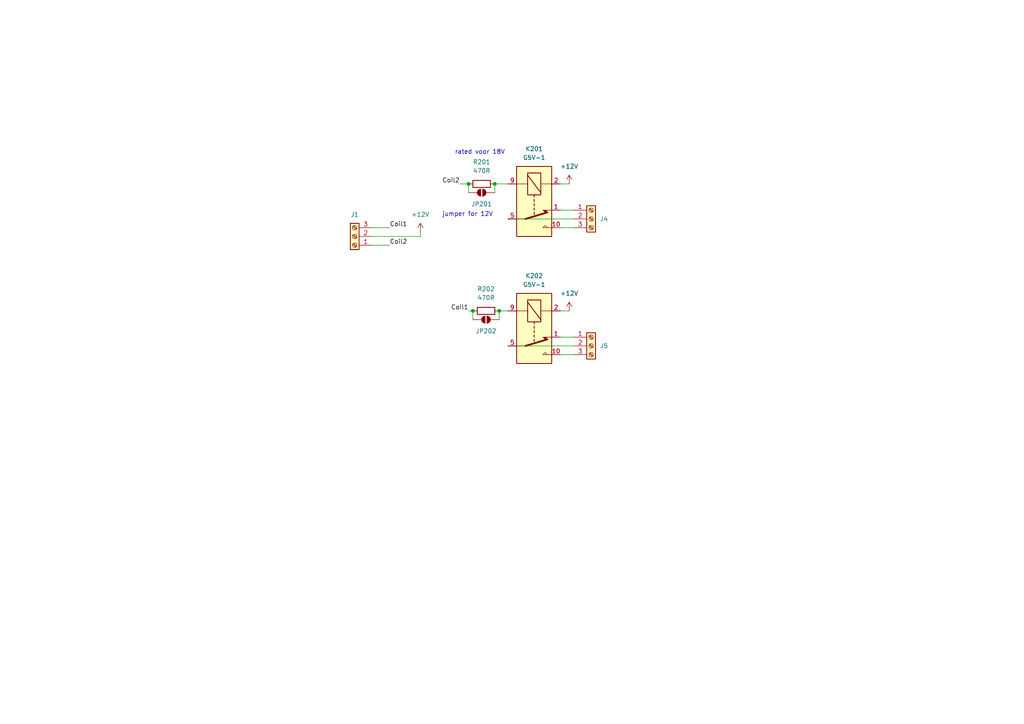
<source format=kicad_sch>
(kicad_sch (version 20231120) (generator "eeschema") (generator_version "8.0")
  (paper "A4")
  (lib_symbols
    (symbol "Connector:Screw_Terminal_01x03" (pin_names (offset 1.016) hide)
      (property "Reference" "J" (at 0 5.08 0))
      (property "Value" "Screw_Terminal_01x03" (at 0 -5.08 0))
      (symbol "Screw_Terminal_01x03_1_1"
        (rectangle (start -1.27 3.81) (end 1.27 -3.81) (stroke (width 0.254)) (fill (type background)))
        (circle (center 0 -2.54) (radius 0.635) (stroke (width 0.1524)))
        (polyline (pts (xy -0.5334 -2.2098) (xy 0.3302 -3.048)) (stroke (width 0.1524)))
        (polyline (pts (xy -0.5334 0.3302) (xy 0.3302 -0.508)) (stroke (width 0.1524)))
        (polyline (pts (xy -0.5334 2.8702) (xy 0.3302 2.032)) (stroke (width 0.1524)))
        (polyline (pts (xy -0.3556 -2.032) (xy 0.508 -2.8702)) (stroke (width 0.1524)))
        (polyline (pts (xy -0.3556 0.508) (xy 0.508 -0.3302)) (stroke (width 0.1524)))
        (polyline (pts (xy -0.3556 3.048) (xy 0.508 2.2098)) (stroke (width 0.1524)))
        (circle (center 0 0) (radius 0.635) (stroke (width 0.1524)))
        (circle (center 0 2.54) (radius 0.635) (stroke (width 0.1524)))
        (pin passive line (at -5.08 2.54 0) (length 3.81) (name "Pin_1") (number "1"))
        (pin passive line (at -5.08 0 0) (length 3.81) (name "Pin_2") (number "2"))
        (pin passive line (at -5.08 -2.54 0) (length 3.81) (name "Pin_3") (number "3"))
      )
    )
    (symbol "Device:R" (pin_numbers hide) (pin_names (offset 0))
      (property "Reference" "R" (at 2.032 0 90))
      (property "Value" "R" (at 0 0 90))
      (symbol "R_0_1"
        (rectangle (start -1.016 -2.54) (end 1.016 2.54) (stroke (width 0.254)))
      )
      (symbol "R_1_1"
        (pin passive line (at 0 3.81 270) (length 1.27) (name "~") (number "1"))
        (pin passive line (at 0 -3.81 90) (length 1.27) (name "~") (number "2"))
      )
    )
    (symbol "Jumper:SolderJumper_2_Open" (pin_numbers hide) (pin_names (offset 0) hide) (exclude_from_sim yes) (in_bom no)
      (property "Reference" "JP" (at 0 2.032 0))
      (property "Value" "SolderJumper_2_Open" (at 0 -2.54 0))
      (symbol "SolderJumper_2_Open_0_1"
        (arc (start -0.254 1.016) (mid -1.2656 0) (end -0.254 -1.016))
        (arc (start -0.254 1.016) (mid -1.2656 0) (end -0.254 -1.016) (fill (type outline)))
        (polyline (pts (xy -0.254 1.016) (xy -0.254 -1.016)))
        (polyline (pts (xy 0.254 1.016) (xy 0.254 -1.016)))
        (arc (start 0.254 -1.016) (mid 1.2656 0) (end 0.254 1.016))
        (arc (start 0.254 -1.016) (mid 1.2656 0) (end 0.254 1.016) (fill (type outline)))
      )
      (symbol "SolderJumper_2_Open_1_1"
        (pin passive line (at -3.81 0 0) (length 2.54) (name "A") (number "1"))
        (pin passive line (at 3.81 0 180) (length 2.54) (name "B") (number "2"))
      )
    )
    (symbol "Relay:G5V-1"
      (property "Reference" "K" (at 11.43 3.81 0))
      (property "Value" "G5V-1" (at 11.43 1.27 0))
      (symbol "G5V-1_0_0"
        (polyline (pts (xy 7.62 5.08) (xy 7.62 2.54) (xy 6.985 3.175) (xy 7.62 3.81)))
      )
      (symbol "G5V-1_0_1"
        (rectangle (start -10.16 5.08) (end 10.16 -5.08) (stroke (width 0.254)) (fill (type background)))
        (rectangle (start -8.255 1.905) (end -1.905 -1.905) (stroke (width 0.254)))
        (polyline (pts (xy -7.62 -1.905) (xy -2.54 1.905)) (stroke (width 0.254)))
        (polyline (pts (xy -5.08 -5.08) (xy -5.08 -1.905)))
        (polyline (pts (xy -5.08 5.08) (xy -5.08 1.905)))
        (polyline (pts (xy -1.905 0) (xy -1.27 0)) (stroke (width 0.254)))
        (polyline (pts (xy -0.635 0) (xy 0 0)) (stroke (width 0.254)))
        (polyline (pts (xy 0.635 0) (xy 1.27 0)) (stroke (width 0.254)))
        (polyline (pts (xy 1.905 0) (xy 2.54 0)) (stroke (width 0.254)))
        (polyline (pts (xy 3.175 0) (xy 3.81 0)) (stroke (width 0.254)))
        (polyline (pts (xy 5.08 -2.54) (xy 3.175 3.81)) (stroke (width 0.508)))
        (polyline (pts (xy 5.08 -2.54) (xy 5.08 -5.08)))
        (polyline (pts (xy 2.54 5.08) (xy 2.54 2.54) (xy 3.175 3.175) (xy 2.54 3.81)) (fill (type outline)))
      )
      (symbol "G5V-1_1_1"
        (pin passive line (at 2.54 7.62 270) (length 2.54) (name "~") (number "1"))
        (pin passive line (at 7.62 7.62 270) (length 2.54) (name "~") (number "10"))
        (pin passive line (at -5.08 7.62 270) (length 2.54) (name "~") (number "2"))
        (pin passive line (at 5.08 -7.62 90) (length 2.54) (name "~") (number "5"))
        (pin passive line (at 5.08 -7.62 90) (length 2.54) hide (name "~") (number "6"))
        (pin passive line (at -5.08 -7.62 90) (length 2.54) (name "~") (number "9"))
      )
    )
    (symbol "power:+12V" (power) (pin_numbers hide) (pin_names (offset 0) hide)
      (property "Value" "+12V" (at 0 3.556 0))
      (symbol "+12V_0_1"
        (polyline (pts (xy -0.762 1.27) (xy 0 2.54)))
        (polyline (pts (xy 0 0) (xy 0 2.54)))
        (polyline (pts (xy 0 2.54) (xy 0.762 1.27)))
      )
      (symbol "+12V_1_1"
        (pin power_in line (at 0 0 90) (length 0) (name "~") (number "1"))
      )
    )
  )
  (junction (at 144.78 90.17))
  (junction (at 135.89 53.34))
  (junction (at 137.16 90.17))
  (junction (at 143.51 53.34))
  (wire (pts (xy 144.78 90.17) (xy 147.32 90.17)))
  (wire (pts (xy 121.92 67.31) (xy 121.92 68.58)))
  (wire (pts (xy 162.56 102.87) (xy 166.37 102.87)))
  (wire (pts (xy 137.16 90.17) (xy 137.16 92.71)))
  (wire (pts (xy 144.78 90.17) (xy 144.78 92.71)))
  (wire (pts (xy 147.32 100.33) (xy 166.37 100.33)))
  (wire (pts (xy 143.51 53.34) (xy 143.51 55.88)))
  (wire (pts (xy 162.56 97.79) (xy 166.37 97.79)))
  (wire (pts (xy 143.51 53.34) (xy 147.32 53.34)))
  (wire (pts (xy 162.56 53.34) (xy 165.1 53.34)))
  (wire (pts (xy 107.95 66.04) (xy 113.03 66.04)))
  (wire (pts (xy 135.89 53.34) (xy 135.89 55.88)))
  (wire (pts (xy 107.95 68.58) (xy 121.92 68.58)))
  (wire (pts (xy 107.95 71.12) (xy 113.03 71.12)))
  (wire (pts (xy 162.56 60.96) (xy 166.37 60.96)))
  (wire (pts (xy 162.56 90.17) (xy 165.1 90.17)))
  (wire (pts (xy 162.56 66.04) (xy 166.37 66.04)))
  (wire (pts (xy 133.35 53.34) (xy 135.89 53.34)))
  (wire (pts (xy 135.89 90.17) (xy 137.16 90.17)))
  (wire (pts (xy 147.32 63.5) (xy 166.37 63.5)))
  (text "jumper for 12V" (at 135.636 62.23 0) (effects (font (size 1.27 1.27))))
  (text "rated voor 18V\n" (at 139.192 44.196 0) (effects (font (size 1.27 1.27))))
  (label "Coil2" (at 113.03 71.12 0))
  (label "Coil2" (at 133.35 53.34 180))
  (label "Coil1" (at 113.03 66.04 0))
  (label "Coil1" (at 135.89 90.17 180))
  (symbol (lib_id "Jumper:SolderJumper_2_Open") (at 139.7 55.88 0) (unit 1) (exclude_from_sim yes) (in_bom no)
    (property "Reference" "JP201" (at 139.7 59.182 0))
    (property "Value" "SolderJumper_2_Open" (effects (hide yes)))
    (property "Footprint" "Jumper:SolderJumper-2_P1.3mm_Open_RoundedPad1.0x1.5mm" (effects (hide yes)))
    (property "Description" "Solder Jumper, 2-pole, open" (effects (hide yes)))
    (instances (project "" (path "" (reference "JP201") (unit 1)) (path "" (reference "JP401") (unit 1)) (path "" (reference "JP501") (unit 1)) (path "" (reference "JP301") (unit 1))))
  )
  (symbol (lib_id "power:+12V") (at 165.1 90.17 0) (unit 1)
    (property "Reference" "#PWR03" (effects (hide yes)))
    (property "Value" "+12V" (at 165.1 85.09 0))
    (property "Description" "Power symbol creates a global label with name \"+12V\"" (effects (hide yes)))
    (instances (project "Mk2-relayExtension" (path "" (reference "#PWR03") (unit 1)) (path "" (reference "#PWR09") (unit 1)) (path "" (reference "#PWR012") (unit 1)) (path "" (reference "#PWR06") (unit 1))))
  )
  (symbol (lib_id "power:+12V") (at 121.92 67.31 0) (unit 1)
    (property "Reference" "#PWR01" (effects (hide yes)))
    (property "Value" "+12V" (at 121.92 62.23 0))
    (property "Description" "Power symbol creates a global label with name \"+12V\"" (effects (hide yes)))
    (instances (project "Mk2-relayExtension" (path "" (reference "#PWR01") (unit 1)) (path "" (reference "#PWR07") (unit 1)) (path "" (reference "#PWR010") (unit 1)) (path "" (reference "#PWR04") (unit 1))))
  )
  (symbol (lib_id "power:+12V") (at 165.1 53.34 0) (unit 1)
    (property "Reference" "#PWR02" (effects (hide yes)))
    (property "Value" "+12V" (at 165.1 48.26 0))
    (property "Description" "Power symbol creates a global label with name \"+12V\"" (effects (hide yes)))
    (instances (project "Mk2-relayExtension" (path "" (reference "#PWR02") (unit 1)) (path "" (reference "#PWR08") (unit 1)) (path "" (reference "#PWR011") (unit 1)) (path "" (reference "#PWR05") (unit 1))))
  )
  (symbol (lib_id "Connector:Screw_Terminal_01x03") (at 102.87 68.58 180) (unit 1)
    (property "Reference" "J1" (at 102.87 62.23 0))
    (property "Value" "Screw_Terminal_01x03" (effects (hide yes)))
    (property "Footprint" "custom_kicad_lib_sk:connector_3.50mm_3P horizontal_MALE" (effects (hide yes)))
    (property "Description" "Generic screw terminal, single row, 01x03, script generated (kicad-library-utils/schlib/autogen/connector/)" (effects (hide yes)))
    (property "JLCPCB Part#" "C6394074" (effects (hide yes)))
    (instances (project "Mk2-relayExtension" (path "" (reference "J1") (unit 1)) (path "" (reference "J7") (unit 1)) (path "" (reference "J10") (unit 1)) (path "" (reference "J2") (unit 1))))
  )
  (symbol (lib_id "Connector:Screw_Terminal_01x03") (at 171.45 100.33 0) (unit 1)
    (property "Reference" "J5" (at 173.99 100.3299 0) (effects (justify left)))
    (property "Value" "Screw_Terminal_01x03" (effects (hide yes)))
    (property "Footprint" "Connector_Phoenix_MC:PhoenixContact_MCV_1,5_3-G-3.5_1x03_P3.50mm_Vertical" (effects (hide yes)))
    (property "Description" "Generic screw terminal, single row, 01x03, script generated (kicad-library-utils/schlib/autogen/connector/)" (effects (hide yes)))
    (property "JLCPCB Part#" "C192778" (effects (hide yes)))
    (property "Mating Part#" "C560231" (effects (hide yes)))
    (instances (project "Mk2-relayExtension" (path "" (reference "J5") (unit 1)) (path "" (reference "J9") (unit 1)) (path "" (reference "J12") (unit 1)) (path "" (reference "J6") (unit 1))))
  )
  (symbol (lib_id "Device:R") (at 139.7 53.34 90) (unit 1)
    (property "Reference" "R201" (at 139.7 46.99 90))
    (property "Value" "470R" (at 139.7 49.53 90))
    (property "Footprint" "Resistor_THT:R_Axial_DIN0204_L3.6mm_D1.6mm_P7.62mm_Horizontal" (effects (hide yes)))
    (property "Description" "Resistor" (effects (hide yes)))
    (instances (project "" (path "" (reference "R201") (unit 1)) (path "" (reference "R401") (unit 1)) (path "" (reference "R501") (unit 1)) (path "" (reference "R301") (unit 1))))
  )
  (symbol (lib_id "Connector:Screw_Terminal_01x03") (at 171.45 63.5 0) (unit 1)
    (property "Reference" "J4" (at 173.99 63.4999 0) (effects (justify left)))
    (property "Value" "Screw_Terminal_01x03" (effects (hide yes)))
    (property "Footprint" "Connector_Phoenix_MC:PhoenixContact_MC_1,5_3-G-3.5_1x03_P3.50mm_Horizontal" (effects (hide yes)))
    (property "Description" "Generic screw terminal, single row, 01x03, script generated (kicad-library-utils/schlib/autogen/connector/)" (effects (hide yes)))
    (property "JLCPCB Part#" "C22380440" (effects (hide yes)))
    (instances (project "Mk2-relayExtension" (path "" (reference "J4") (unit 1)) (path "" (reference "J8") (unit 1)) (path "" (reference "J11") (unit 1)) (path "" (reference "J3") (unit 1))))
  )
  (symbol (lib_id "Relay:G5V-1") (at 154.94 58.42 270) (unit 1)
    (property "Reference" "K201" (at 154.94 43.18 90))
    (property "Value" "G5V-1" (at 154.94 45.72 90))
    (property "Footprint" "Relay_THT:Relay_SPDT_Omron_G5V-1" (effects (hide yes)))
    (property "Datasheet" "http://omronfs.omron.com/en_US/ecb/products/pdf/en-g5v_1.pdf" (effects (hide yes)))
    (property "Description" "Ultra-miniature, Highly Sensitive SPDT Relay for Signal Circuits" (effects (hide yes)))
    (instances (project "" (path "" (reference "K201") (unit 1)) (path "" (reference "K401") (unit 1)) (path "" (reference "K501") (unit 1)) (path "" (reference "K301") (unit 1))))
  )
  (symbol (lib_id "Device:R") (at 140.97 90.17 90) (unit 1)
    (property "Reference" "R202" (at 140.97 83.82 90))
    (property "Value" "470R" (at 140.97 86.36 90))
    (property "Footprint" "Resistor_THT:R_Axial_DIN0204_L3.6mm_D1.6mm_P7.62mm_Horizontal" (effects (hide yes)))
    (property "Description" "Resistor" (effects (hide yes)))
    (instances (project "Mk2-relayExtensionTHT" (path "" (reference "R202") (unit 1)) (path "" (reference "R402") (unit 1)) (path "" (reference "R502") (unit 1)) (path "" (reference "R302") (unit 1))))
  )
  (symbol (lib_id "Relay:G5V-1") (at 154.94 95.25 270) (unit 1)
    (property "Reference" "K202" (at 154.94 80.01 90))
    (property "Value" "G5V-1" (at 154.94 82.55 90))
    (property "Footprint" "Relay_THT:Relay_SPDT_Omron_G5V-1" (effects (hide yes)))
    (property "Datasheet" "http://omronfs.omron.com/en_US/ecb/products/pdf/en-g5v_1.pdf" (effects (hide yes)))
    (property "Description" "Ultra-miniature, Highly Sensitive SPDT Relay for Signal Circuits" (effects (hide yes)))
    (instances (project "Mk2-relayExtensionTHT" (path "" (reference "K202") (unit 1)) (path "" (reference "K402") (unit 1)) (path "" (reference "K502") (unit 1)) (path "" (reference "K302") (unit 1))))
  )
  (symbol (lib_id "Jumper:SolderJumper_2_Open") (at 140.97 92.71 0) (unit 1) (exclude_from_sim yes) (in_bom no)
    (property "Reference" "JP202" (at 140.97 96.012 0))
    (property "Value" "SolderJumper_2_Open" (effects (hide yes)))
    (property "Footprint" "Jumper:SolderJumper-2_P1.3mm_Open_RoundedPad1.0x1.5mm" (effects (hide yes)))
    (property "Description" "Solder Jumper, 2-pole, open" (effects (hide yes)))
    (instances (project "Mk2-relayExtensionTHT" (path "" (reference "JP202") (unit 1)) (path "" (reference "JP402") (unit 1)) (path "" (reference "JP502") (unit 1)) (path "" (reference "JP302") (unit 1))))
  )
)
</source>
